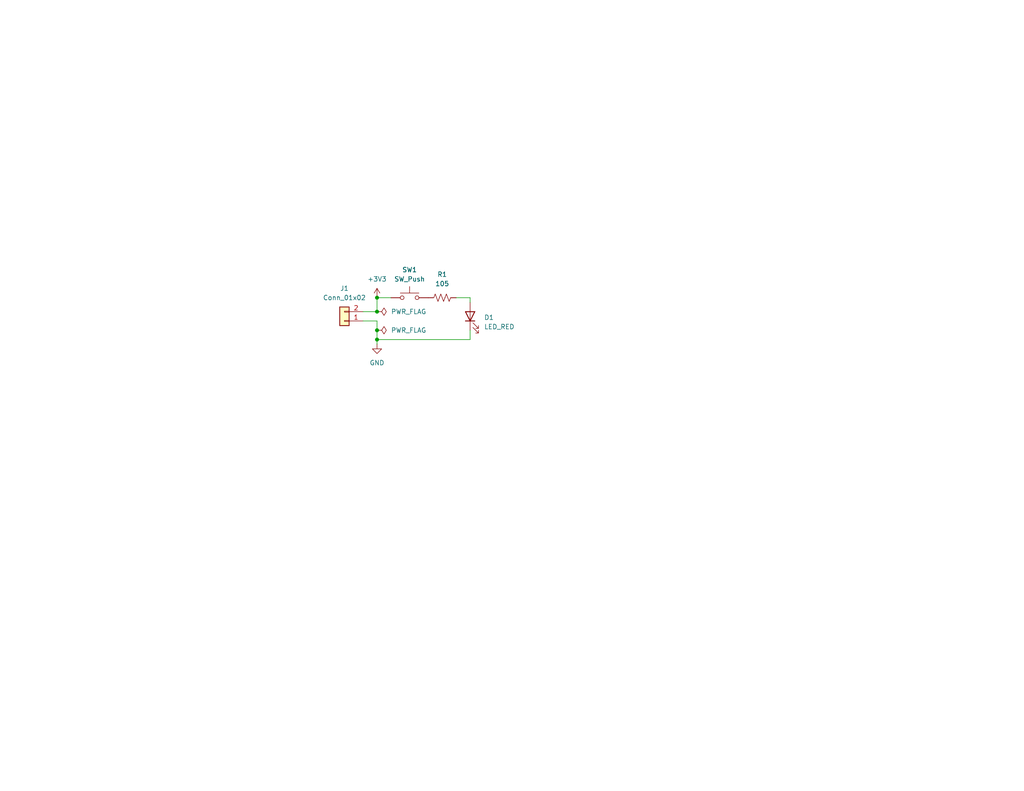
<source format=kicad_sch>
(kicad_sch (version 20230121) (generator eeschema)
  (paper "USLetter")
  (title_block (title "prog1") (date "2023-09-06") (rev "1.0") (company "Illini Solar Car") (comment 1 "Designed By: Grant Ross"))
  (lib_symbols
    (symbol "Connector_Generic:Conn_01x02" (pin_names (offset 1.016) hide)
      (property "Reference" "J" (at 0 2.54 0))
      (property "Value" "Conn_01x02" (at 0 -5.08 0))
      (symbol "Conn_01x02_1_1"
        (rectangle (start -1.27 -2.413) (end 0 -2.667) (stroke (width 0.1524)))
        (rectangle (start -1.27 0.127) (end 0 -0.127) (stroke (width 0.1524)))
        (rectangle (start -1.27 1.27) (end 1.27 -3.81) (stroke (width 0.254)) (fill (type background)))
        (pin passive line (at -5.08 0 0) (length 3.81) (name "Pin_1") (number "1"))
        (pin passive line (at -5.08 -2.54 0) (length 3.81) (name "Pin_2") (number "2"))
      )
    )
    (symbol "Device:LED" (pin_numbers hide) (pin_names (offset 1.016) hide)
      (property "Reference" "D" (at 0 2.54 0))
      (property "Value" "LED" (at 0 -2.54 0))
      (symbol "LED_0_1"
        (polyline (pts (xy -1.27 -1.27) (xy -1.27 1.27)) (stroke (width 0.254)))
        (polyline (pts (xy -1.27 0) (xy 1.27 0)))
        (polyline (pts (xy 1.27 -1.27) (xy 1.27 1.27) (xy -1.27 0) (xy 1.27 -1.27)) (stroke (width 0.254)))
        (polyline (pts (xy -3.048 -0.762) (xy -4.572 -2.286) (xy -3.81 -2.286) (xy -4.572 -2.286) (xy -4.572 -1.524)))
        (polyline (pts (xy -1.778 -0.762) (xy -3.302 -2.286) (xy -2.54 -2.286) (xy -3.302 -2.286) (xy -3.302 -1.524)))
      )
      (symbol "LED_1_1"
        (pin passive line (at -3.81 0 0) (length 2.54) (name "K") (number "1"))
        (pin passive line (at 3.81 0 180) (length 2.54) (name "A") (number "2"))
      )
    )
    (symbol "Switch:SW_Push" (pin_numbers hide) (pin_names (offset 1.016) hide)
      (property "Reference" "SW" (at 1.27 2.54 0))
      (property "Value" "SW_Push" (at 0 -1.524 0))
      (symbol "SW_Push_0_1"
        (circle (center -2.032 0) (radius 0.508))
        (polyline (pts (xy 0 1.27) (xy 0 3.048)))
        (polyline (pts (xy 2.54 1.27) (xy -2.54 1.27)))
        (circle (center 2.032 0) (radius 0.508))
        (pin passive line (at -5.08 0 0) (length 2.54) (name "1") (number "1"))
        (pin passive line (at 5.08 0 180) (length 2.54) (name "2") (number "2"))
      )
    )
    (symbol "device:R_US" (pin_numbers hide) (pin_names (offset 0))
      (property "Reference" "R" (at 2.54 0 90))
      (property "Value" "R_US" (at -2.54 0 90))
      (symbol "R_US_0_1"
        (polyline (pts (xy 0 -2.286) (xy 0 -2.54)))
        (polyline (pts (xy 0 2.286) (xy 0 2.54)))
        (polyline (pts (xy 0 -0.762) (xy 1.016 -1.143) (xy 0 -1.524) (xy -1.016 -1.905) (xy 0 -2.286)))
        (polyline (pts (xy 0 0.762) (xy 1.016 0.381) (xy 0 0) (xy -1.016 -0.381) (xy 0 -0.762)))
        (polyline (pts (xy 0 2.286) (xy 1.016 1.905) (xy 0 1.524) (xy -1.016 1.143) (xy 0 0.762)))
      )
      (symbol "R_US_1_1"
        (pin passive line (at 0 3.81 270) (length 1.27) (name "~") (number "1"))
        (pin passive line (at 0 -3.81 90) (length 1.27) (name "~") (number "2"))
      )
    )
    (symbol "power:+3V3" (power) (pin_names (offset 0))
      (property "Value" "+3V3" (at 0 3.556 0))
      (symbol "+3V3_0_1"
        (polyline (pts (xy -0.762 1.27) (xy 0 2.54)))
        (polyline (pts (xy 0 0) (xy 0 2.54)))
        (polyline (pts (xy 0 2.54) (xy 0.762 1.27)))
      )
      (symbol "+3V3_1_1"
        (pin power_in line (at 0 0 90) (length 0) hide (name "+3V3") (number "1"))
      )
    )
    (symbol "power:GND" (power) (pin_names (offset 0))
      (property "Value" "GND" (at 0 -3.81 0))
      (symbol "GND_0_1"
        (polyline (pts (xy 0 0) (xy 0 -1.27) (xy 1.27 -1.27) (xy 0 -2.54) (xy -1.27 -1.27) (xy 0 -1.27)))
      )
      (symbol "GND_1_1"
        (pin power_in line (at 0 0 270) (length 0) hide (name "GND") (number "1"))
      )
    )
    (symbol "power:PWR_FLAG" (power) (pin_numbers hide) (pin_names (offset 0) hide)
      (property "Value" "PWR_FLAG" (at 0 3.81 0))
      (symbol "PWR_FLAG_0_0"
        (pin power_out line (at 0 0 90) (length 0) (name "pwr") (number "1"))
      )
      (symbol "PWR_FLAG_0_1"
        (polyline (pts (xy 0 0) (xy 0 1.27) (xy -1.016 1.905) (xy 0 2.54) (xy 1.016 1.905) (xy 0 1.27)))
      )
    )
  )
  (junction (at 102.87 81.28))
  (junction (at 102.87 92.71))
  (junction (at 102.87 85.09))
  (junction (at 102.87 90.17))
  (wire (pts (xy 128.27 90.17) (xy 128.27 92.71)))
  (wire (pts (xy 102.87 81.28) (xy 106.68 81.28)))
  (wire (pts (xy 102.87 92.71) (xy 128.27 92.71)))
  (wire (pts (xy 102.87 81.28) (xy 102.87 85.09)))
  (wire (pts (xy 99.06 85.09) (xy 102.87 85.09)))
  (wire (pts (xy 99.06 87.63) (xy 102.87 87.63)))
  (wire (pts (xy 102.87 92.71) (xy 102.87 93.98)))
  (wire (pts (xy 102.87 90.17) (xy 102.87 92.71)))
  (wire (pts (xy 128.27 81.28) (xy 128.27 82.55)))
  (wire (pts (xy 124.46 81.28) (xy 128.27 81.28)))
  (wire (pts (xy 102.87 87.63) (xy 102.87 90.17)))
  (symbol (lib_id "Switch:SW_Push") (at 111.76 81.28 0) (unit 1)
    (property "Reference" "SW1" (at 111.76 73.66 0))
    (property "Value" "SW_Push" (at 111.76 76.2 0))
    (property "Footprint" "Button_Switch_SMD:SW_DIP_SPSTx01_Slide_6.7x4.1mm_W8.61mm_P2.54mm_LowProfile" (effects hide))
    (property "Datasheet" "https://www.digikey.com/htmldatasheets/production/20663/0/0/1/2-1825910-2.pdf" (effects hide))
    (property "MPN" "1825910-6" (effects hide))
  )
  (symbol (lib_id "device:R_US") (at 120.65 81.28 90) (unit 1)
    (property "Reference" "R1" (at 120.65 74.93 90))
    (property "Value" "105" (at 120.65 77.47 90))
    (property "Footprint" "Resistor_SMD:R_0603_1608Metric_Pad0.98x0.95mm_HandSolder" (effects hide))
  )
  (symbol (lib_id "power:PWR_FLAG") (at 102.87 85.09 270) (unit 1)
    (property "Reference" "#FLG01" (effects hide))
    (property "Value" "PWR_FLAG" (at 106.68 85.09 90) (effects (justify left)))
  )
  (symbol (lib_id "Device:LED") (at 128.27 86.36 90) (unit 1)
    (property "Reference" "D1" (at 132.08 86.6775 90) (effects (justify right)))
    (property "Value" "LED_RED" (at 132.08 89.2175 90) (effects (justify right)))
    (property "Footprint" "layout:LED_0603_Symbol_on_F.SilkS" (effects hide))
  )
  (symbol (lib_id "power:PWR_FLAG") (at 102.87 90.17 270) (unit 1)
    (property "Reference" "#FLG02" (effects hide))
    (property "Value" "PWR_FLAG" (at 106.68 90.17 90) (effects (justify left)))
  )
  (symbol (lib_id "power:GND") (at 102.87 93.98 0) (unit 1)
    (property "Reference" "#PWR02" (effects hide))
    (property "Value" "GND" (at 102.87 99.06 0))
  )
  (symbol (lib_id "power:+3V3") (at 102.87 81.28 0) (unit 1)
    (property "Reference" "#PWR01" (effects hide))
    (property "Value" "+3V3" (at 102.87 76.2 0))
  )
  (symbol (lib_id "Connector_Generic:Conn_01x02") (at 93.98 87.63 180) (unit 1)
    (property "Reference" "J1" (at 93.98 78.74 0))
    (property "Value" "Conn_01x02" (at 93.98 81.28 0))
    (property "Footprint" "Connector_Molex:Molex_KK-254_AE-6410-02A_1x02_P2.54mm_Vertical" (effects hide))
    (property "Datasheet" "https://tools.molex.com/pdm_docs/sd/022272021_sd.pdf" (effects hide))
    (property "MPN" "022272021" (effects hide))
  )
)
</source>
